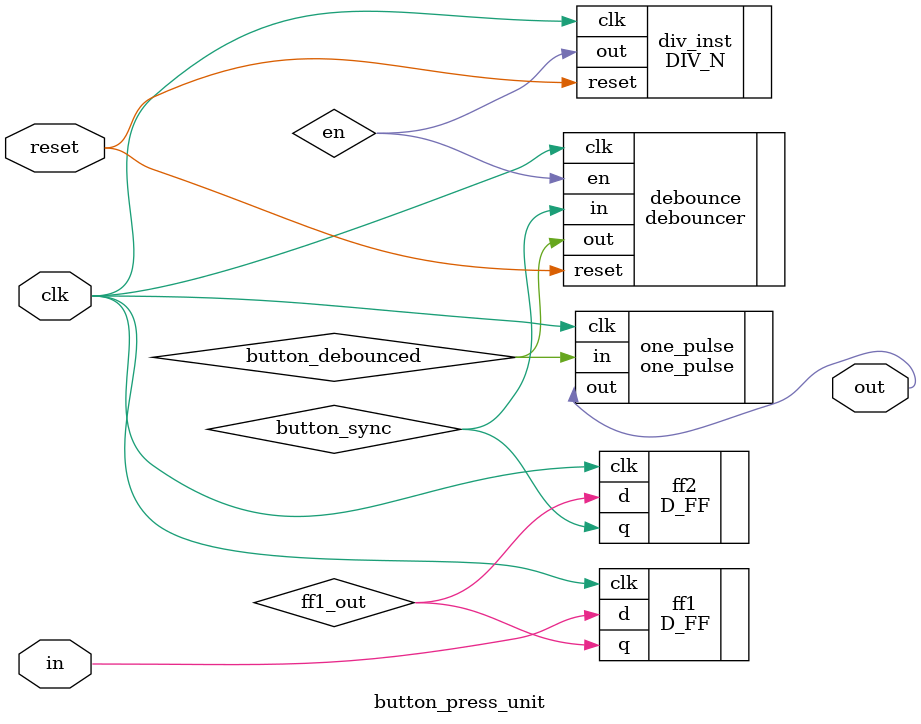
<source format=v>
module button_press_unit(
   clk,
   reset,
   in,
   out
   );
   
	// The WIDTH parameter determines how long to wait for the bouncing to stop.
   parameter WIDTH = 17;
   
	// Standard system clock and reset
   input clk;
   input reset;

	// The async, bouncy input
   input in;
	// The synchronous, clean, one-pulsed output
   output out;
	//------2^^17·ÖÆµÆ÷£º²úÉúÖÜÆÚÔ¼1.31msµÄÂö³åen----//
	wire en;
	DIV_N  #(WIDTH)  div_inst(
	 .clk(clk), 
	 .reset(reset),
    .out(en));
	
	//---- Synchronize our input(Í¬²½Æ÷)--------//
   wire button_sync;
   wire ff1_out;
	D_FF ff1(.clk(clk), .d(in), .q(ff1_out));
   D_FF ff2(.clk(clk), .d(ff1_out), .q(button_sync));
	

	
	//--- Debounce our synchronized input(Ïû²ü)--//
  
   wire button_debounced;
   debouncer #(3) debounce(.clk(clk), .reset(reset), .en(en), .in(button_sync), .out(button_debounced));
   
   // One-pulse our debounced input(Âö¿í±ä»»)
   one_pulse one_pulse(.clk(clk), .in(button_debounced), .out(out));

endmodule
   
</source>
